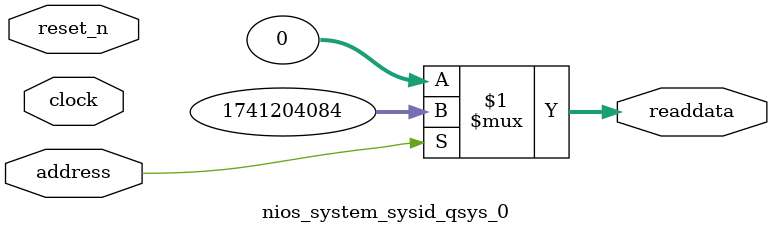
<source format=v>



// synthesis translate_off
`timescale 1ns / 1ps
// synthesis translate_on

// turn off superfluous verilog processor warnings 
// altera message_level Level1 
// altera message_off 10034 10035 10036 10037 10230 10240 10030 

module nios_system_sysid_qsys_0 (
               // inputs:
                address,
                clock,
                reset_n,

               // outputs:
                readdata
             )
;

  output  [ 31: 0] readdata;
  input            address;
  input            clock;
  input            reset_n;

  wire    [ 31: 0] readdata;
  //control_slave, which is an e_avalon_slave
  assign readdata = address ? 1741204084 : 0;

endmodule



</source>
